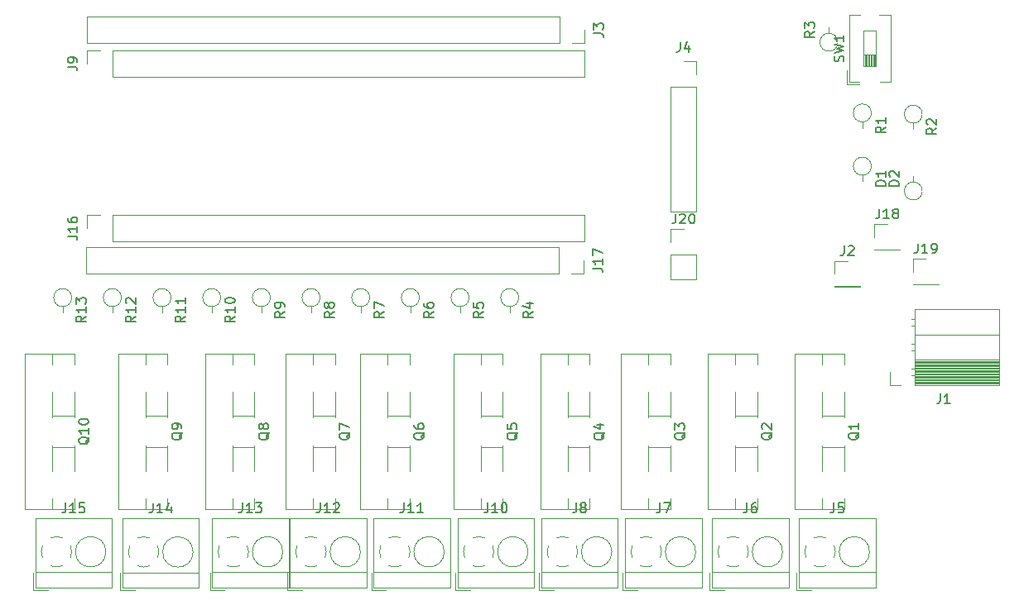
<source format=gbr>
G04 #@! TF.GenerationSoftware,KiCad,Pcbnew,5.0.2-bee76a0~70~ubuntu18.04.1*
G04 #@! TF.CreationDate,2018-12-21T16:27:28-06:00*
G04 #@! TF.ProjectId,pcb,7063622e-6b69-4636-9164-5f7063625858,rev?*
G04 #@! TF.SameCoordinates,Original*
G04 #@! TF.FileFunction,Legend,Top*
G04 #@! TF.FilePolarity,Positive*
%FSLAX46Y46*%
G04 Gerber Fmt 4.6, Leading zero omitted, Abs format (unit mm)*
G04 Created by KiCad (PCBNEW 5.0.2-bee76a0~70~ubuntu18.04.1) date Fri 21 Dec 2018 04:27:28 PM CST*
%MOMM*%
%LPD*%
G01*
G04 APERTURE LIST*
%ADD10C,0.120000*%
%ADD11C,0.150000*%
G04 APERTURE END LIST*
D10*
G04 #@! TO.C,J14*
X88430001Y-192510001D02*
X89930001Y-192510001D01*
X88430001Y-190770001D02*
X88430001Y-192510001D01*
X96490001Y-185150001D02*
X96490001Y-192270001D01*
X88670001Y-185150001D02*
X88670001Y-192270001D01*
X88670001Y-192270001D02*
X96490001Y-192270001D01*
X88670001Y-185150001D02*
X96490001Y-185150001D01*
X88670001Y-190710001D02*
X96490001Y-190710001D01*
X95885001Y-188610001D02*
G75*
G03X95885001Y-188610001I-1555000J0D01*
G01*
X90857012Y-190165493D02*
G75*
G02X90222001Y-190042001I-27011J1555492D01*
G01*
X89397892Y-189217743D02*
G75*
G02X89398001Y-188002001I1432109J607742D01*
G01*
X90222259Y-187177892D02*
G75*
G02X91438001Y-187178001I607742J-1432109D01*
G01*
X92262110Y-188002259D02*
G75*
G02X92262001Y-189218001I-1432109J-607742D01*
G01*
X91437588Y-190041386D02*
G75*
G02X90830001Y-190165001I-607587J1431385D01*
G01*
G04 #@! TO.C,J15*
X82522587Y-190026385D02*
G75*
G02X81915000Y-190150000I-607587J1431385D01*
G01*
X83347109Y-187987258D02*
G75*
G02X83347000Y-189203000I-1432109J-607742D01*
G01*
X81307258Y-187162891D02*
G75*
G02X82523000Y-187163000I607742J-1432109D01*
G01*
X80482891Y-189202742D02*
G75*
G02X80483000Y-187987000I1432109J607742D01*
G01*
X81942011Y-190150492D02*
G75*
G02X81307000Y-190027000I-27011J1555492D01*
G01*
X86970000Y-188595000D02*
G75*
G03X86970000Y-188595000I-1555000J0D01*
G01*
X79755000Y-190695000D02*
X87575000Y-190695000D01*
X79755000Y-185135000D02*
X87575000Y-185135000D01*
X79755000Y-192255000D02*
X87575000Y-192255000D01*
X79755000Y-185135000D02*
X79755000Y-192255000D01*
X87575000Y-185135000D02*
X87575000Y-192255000D01*
X79515000Y-190755000D02*
X79515000Y-192495000D01*
X79515000Y-192495000D02*
X81015000Y-192495000D01*
G04 #@! TO.C,J7*
X139840000Y-192495000D02*
X141340000Y-192495000D01*
X139840000Y-190755000D02*
X139840000Y-192495000D01*
X147900000Y-185135000D02*
X147900000Y-192255000D01*
X140080000Y-185135000D02*
X140080000Y-192255000D01*
X140080000Y-192255000D02*
X147900000Y-192255000D01*
X140080000Y-185135000D02*
X147900000Y-185135000D01*
X140080000Y-190695000D02*
X147900000Y-190695000D01*
X147295000Y-188595000D02*
G75*
G03X147295000Y-188595000I-1555000J0D01*
G01*
X142267011Y-190150492D02*
G75*
G02X141632000Y-190027000I-27011J1555492D01*
G01*
X140807891Y-189202742D02*
G75*
G02X140808000Y-187987000I1432109J607742D01*
G01*
X141632258Y-187162891D02*
G75*
G02X142848000Y-187163000I607742J-1432109D01*
G01*
X143672109Y-187987258D02*
G75*
G02X143672000Y-189203000I-1432109J-607742D01*
G01*
X142847587Y-190026385D02*
G75*
G02X142240000Y-190150000I-607587J1431385D01*
G01*
G04 #@! TO.C,J10*
X122695000Y-192495000D02*
X124195000Y-192495000D01*
X122695000Y-190755000D02*
X122695000Y-192495000D01*
X130755000Y-185135000D02*
X130755000Y-192255000D01*
X122935000Y-185135000D02*
X122935000Y-192255000D01*
X122935000Y-192255000D02*
X130755000Y-192255000D01*
X122935000Y-185135000D02*
X130755000Y-185135000D01*
X122935000Y-190695000D02*
X130755000Y-190695000D01*
X130150000Y-188595000D02*
G75*
G03X130150000Y-188595000I-1555000J0D01*
G01*
X125122011Y-190150492D02*
G75*
G02X124487000Y-190027000I-27011J1555492D01*
G01*
X123662891Y-189202742D02*
G75*
G02X123663000Y-187987000I1432109J607742D01*
G01*
X124487258Y-187162891D02*
G75*
G02X125703000Y-187163000I607742J-1432109D01*
G01*
X126527109Y-187987258D02*
G75*
G02X126527000Y-189203000I-1432109J-607742D01*
G01*
X125702587Y-190026385D02*
G75*
G02X125095000Y-190150000I-607587J1431385D01*
G01*
G04 #@! TO.C,J13*
X100612587Y-190026385D02*
G75*
G02X100005000Y-190150000I-607587J1431385D01*
G01*
X101437109Y-187987258D02*
G75*
G02X101437000Y-189203000I-1432109J-607742D01*
G01*
X99397258Y-187162891D02*
G75*
G02X100613000Y-187163000I607742J-1432109D01*
G01*
X98572891Y-189202742D02*
G75*
G02X98573000Y-187987000I1432109J607742D01*
G01*
X100032011Y-190150492D02*
G75*
G02X99397000Y-190027000I-27011J1555492D01*
G01*
X105060000Y-188595000D02*
G75*
G03X105060000Y-188595000I-1555000J0D01*
G01*
X97845000Y-190695000D02*
X105665000Y-190695000D01*
X97845000Y-185135000D02*
X105665000Y-185135000D01*
X97845000Y-192255000D02*
X105665000Y-192255000D01*
X97845000Y-185135000D02*
X97845000Y-192255000D01*
X105665000Y-185135000D02*
X105665000Y-192255000D01*
X97605000Y-190755000D02*
X97605000Y-192495000D01*
X97605000Y-192495000D02*
X99105000Y-192495000D01*
G04 #@! TO.C,J11*
X117122587Y-190026385D02*
G75*
G02X116515000Y-190150000I-607587J1431385D01*
G01*
X117947109Y-187987258D02*
G75*
G02X117947000Y-189203000I-1432109J-607742D01*
G01*
X115907258Y-187162891D02*
G75*
G02X117123000Y-187163000I607742J-1432109D01*
G01*
X115082891Y-189202742D02*
G75*
G02X115083000Y-187987000I1432109J607742D01*
G01*
X116542011Y-190150492D02*
G75*
G02X115907000Y-190027000I-27011J1555492D01*
G01*
X121570000Y-188595000D02*
G75*
G03X121570000Y-188595000I-1555000J0D01*
G01*
X114355000Y-190695000D02*
X122175000Y-190695000D01*
X114355000Y-185135000D02*
X122175000Y-185135000D01*
X114355000Y-192255000D02*
X122175000Y-192255000D01*
X114355000Y-185135000D02*
X114355000Y-192255000D01*
X122175000Y-185135000D02*
X122175000Y-192255000D01*
X114115000Y-190755000D02*
X114115000Y-192495000D01*
X114115000Y-192495000D02*
X115615000Y-192495000D01*
G04 #@! TO.C,J4*
X144720000Y-140970000D02*
X147380000Y-140970000D01*
X144720000Y-140970000D02*
X144720000Y-153730000D01*
X144720000Y-153730000D02*
X147380000Y-153730000D01*
X147380000Y-140970000D02*
X147380000Y-153730000D01*
X147380000Y-138370000D02*
X147380000Y-139700000D01*
X146050000Y-138370000D02*
X147380000Y-138370000D01*
G04 #@! TO.C,D1*
X165258000Y-149098000D02*
G75*
G03X165258000Y-149098000I-920000J0D01*
G01*
X164338000Y-150018000D02*
X164338000Y-150638000D01*
G04 #@! TO.C,D2*
X170465000Y-151638000D02*
G75*
G03X170465000Y-151638000I-920000J0D01*
G01*
X169545000Y-150718000D02*
X169545000Y-150098000D01*
G04 #@! TO.C,J1*
X178365000Y-171390000D02*
X169735000Y-171390000D01*
X178365000Y-171271905D02*
X169735000Y-171271905D01*
X178365000Y-171153810D02*
X169735000Y-171153810D01*
X178365000Y-171035715D02*
X169735000Y-171035715D01*
X178365000Y-170917620D02*
X169735000Y-170917620D01*
X178365000Y-170799525D02*
X169735000Y-170799525D01*
X178365000Y-170681430D02*
X169735000Y-170681430D01*
X178365000Y-170563335D02*
X169735000Y-170563335D01*
X178365000Y-170445240D02*
X169735000Y-170445240D01*
X178365000Y-170327145D02*
X169735000Y-170327145D01*
X178365000Y-170209050D02*
X169735000Y-170209050D01*
X178365000Y-170090955D02*
X169735000Y-170090955D01*
X178365000Y-169972860D02*
X169735000Y-169972860D01*
X178365000Y-169854765D02*
X169735000Y-169854765D01*
X178365000Y-169736670D02*
X169735000Y-169736670D01*
X178365000Y-169618575D02*
X169735000Y-169618575D01*
X178365000Y-169500480D02*
X169735000Y-169500480D01*
X178365000Y-169382385D02*
X169735000Y-169382385D01*
X178365000Y-169264290D02*
X169735000Y-169264290D01*
X178365000Y-169146195D02*
X169735000Y-169146195D01*
X178365000Y-169028100D02*
X169735000Y-169028100D01*
X169735000Y-170540000D02*
X169385000Y-170540000D01*
X169735000Y-169820000D02*
X169385000Y-169820000D01*
X169735000Y-168000000D02*
X169325000Y-168000000D01*
X169735000Y-167280000D02*
X169325000Y-167280000D01*
X169735000Y-165460000D02*
X169325000Y-165460000D01*
X169735000Y-164740000D02*
X169325000Y-164740000D01*
X178365000Y-168910000D02*
X169735000Y-168910000D01*
X178365000Y-166370000D02*
X169735000Y-166370000D01*
X178365000Y-171510000D02*
X169735000Y-171510000D01*
X169735000Y-171510000D02*
X169735000Y-163770000D01*
X178365000Y-163770000D02*
X169735000Y-163770000D01*
X178365000Y-171510000D02*
X178365000Y-163770000D01*
X167165000Y-171510000D02*
X167165000Y-170180000D01*
X168275000Y-171510000D02*
X167165000Y-171510000D01*
G04 #@! TO.C,J2*
X161484000Y-161451600D02*
X164144000Y-161451600D01*
X161484000Y-161391600D02*
X161484000Y-161451600D01*
X164144000Y-161391600D02*
X164144000Y-161451600D01*
X161484000Y-161391600D02*
X164144000Y-161391600D01*
X161484000Y-160121600D02*
X161484000Y-158791600D01*
X161484000Y-158791600D02*
X162814000Y-158791600D01*
G04 #@! TO.C,J3*
X133350000Y-133798000D02*
X133350000Y-136458000D01*
X133350000Y-133798000D02*
X85030000Y-133798000D01*
X85030000Y-133798000D02*
X85030000Y-136458000D01*
X133350000Y-136458000D02*
X85030000Y-136458000D01*
X135950000Y-136458000D02*
X134620000Y-136458000D01*
X135950000Y-135128000D02*
X135950000Y-136458000D01*
G04 #@! TO.C,J5*
X160627587Y-190026385D02*
G75*
G02X160020000Y-190150000I-607587J1431385D01*
G01*
X161452109Y-187987258D02*
G75*
G02X161452000Y-189203000I-1432109J-607742D01*
G01*
X159412258Y-187162891D02*
G75*
G02X160628000Y-187163000I607742J-1432109D01*
G01*
X158587891Y-189202742D02*
G75*
G02X158588000Y-187987000I1432109J607742D01*
G01*
X160047011Y-190150492D02*
G75*
G02X159412000Y-190027000I-27011J1555492D01*
G01*
X165075000Y-188595000D02*
G75*
G03X165075000Y-188595000I-1555000J0D01*
G01*
X157860000Y-190695000D02*
X165680000Y-190695000D01*
X157860000Y-185135000D02*
X165680000Y-185135000D01*
X157860000Y-192255000D02*
X165680000Y-192255000D01*
X157860000Y-185135000D02*
X157860000Y-192255000D01*
X165680000Y-185135000D02*
X165680000Y-192255000D01*
X157620000Y-190755000D02*
X157620000Y-192495000D01*
X157620000Y-192495000D02*
X159120000Y-192495000D01*
G04 #@! TO.C,J6*
X148730000Y-192495000D02*
X150230000Y-192495000D01*
X148730000Y-190755000D02*
X148730000Y-192495000D01*
X156790000Y-185135000D02*
X156790000Y-192255000D01*
X148970000Y-185135000D02*
X148970000Y-192255000D01*
X148970000Y-192255000D02*
X156790000Y-192255000D01*
X148970000Y-185135000D02*
X156790000Y-185135000D01*
X148970000Y-190695000D02*
X156790000Y-190695000D01*
X156185000Y-188595000D02*
G75*
G03X156185000Y-188595000I-1555000J0D01*
G01*
X151157011Y-190150492D02*
G75*
G02X150522000Y-190027000I-27011J1555492D01*
G01*
X149697891Y-189202742D02*
G75*
G02X149698000Y-187987000I1432109J607742D01*
G01*
X150522258Y-187162891D02*
G75*
G02X151738000Y-187163000I607742J-1432109D01*
G01*
X152562109Y-187987258D02*
G75*
G02X152562000Y-189203000I-1432109J-607742D01*
G01*
X151737587Y-190026385D02*
G75*
G02X151130000Y-190150000I-607587J1431385D01*
G01*
G04 #@! TO.C,J8*
X134267587Y-190026385D02*
G75*
G02X133660000Y-190150000I-607587J1431385D01*
G01*
X135092109Y-187987258D02*
G75*
G02X135092000Y-189203000I-1432109J-607742D01*
G01*
X133052258Y-187162891D02*
G75*
G02X134268000Y-187163000I607742J-1432109D01*
G01*
X132227891Y-189202742D02*
G75*
G02X132228000Y-187987000I1432109J607742D01*
G01*
X133687011Y-190150492D02*
G75*
G02X133052000Y-190027000I-27011J1555492D01*
G01*
X138715000Y-188595000D02*
G75*
G03X138715000Y-188595000I-1555000J0D01*
G01*
X131500000Y-190695000D02*
X139320000Y-190695000D01*
X131500000Y-185135000D02*
X139320000Y-185135000D01*
X131500000Y-192255000D02*
X139320000Y-192255000D01*
X131500000Y-185135000D02*
X131500000Y-192255000D01*
X139320000Y-185135000D02*
X139320000Y-192255000D01*
X131260000Y-190755000D02*
X131260000Y-192495000D01*
X131260000Y-192495000D02*
X132760000Y-192495000D01*
G04 #@! TO.C,J9*
X87630000Y-139912400D02*
X87630000Y-137252400D01*
X87630000Y-139912400D02*
X135950000Y-139912400D01*
X135950000Y-139912400D02*
X135950000Y-137252400D01*
X87630000Y-137252400D02*
X135950000Y-137252400D01*
X85030000Y-137252400D02*
X86360000Y-137252400D01*
X85030000Y-138582400D02*
X85030000Y-137252400D01*
G04 #@! TO.C,J12*
X105550000Y-192495000D02*
X107050000Y-192495000D01*
X105550000Y-190755000D02*
X105550000Y-192495000D01*
X113610000Y-185135000D02*
X113610000Y-192255000D01*
X105790000Y-185135000D02*
X105790000Y-192255000D01*
X105790000Y-192255000D02*
X113610000Y-192255000D01*
X105790000Y-185135000D02*
X113610000Y-185135000D01*
X105790000Y-190695000D02*
X113610000Y-190695000D01*
X113005000Y-188595000D02*
G75*
G03X113005000Y-188595000I-1555000J0D01*
G01*
X107977011Y-190150492D02*
G75*
G02X107342000Y-190027000I-27011J1555492D01*
G01*
X106517891Y-189202742D02*
G75*
G02X106518000Y-187987000I1432109J607742D01*
G01*
X107342258Y-187162891D02*
G75*
G02X108558000Y-187163000I607742J-1432109D01*
G01*
X109382109Y-187987258D02*
G75*
G02X109382000Y-189203000I-1432109J-607742D01*
G01*
X108557587Y-190026385D02*
G75*
G02X107950000Y-190150000I-607587J1431385D01*
G01*
G04 #@! TO.C,J16*
X85030000Y-155448000D02*
X85030000Y-154118000D01*
X85030000Y-154118000D02*
X86360000Y-154118000D01*
X87630000Y-154118000D02*
X135950000Y-154118000D01*
X135950000Y-156778000D02*
X135950000Y-154118000D01*
X87630000Y-156778000D02*
X135950000Y-156778000D01*
X87630000Y-156778000D02*
X87630000Y-154118000D01*
G04 #@! TO.C,J17*
X135848400Y-158750000D02*
X135848400Y-160080000D01*
X135848400Y-160080000D02*
X134518400Y-160080000D01*
X133248400Y-160080000D02*
X84928400Y-160080000D01*
X84928400Y-157420000D02*
X84928400Y-160080000D01*
X133248400Y-157420000D02*
X84928400Y-157420000D01*
X133248400Y-157420000D02*
X133248400Y-160080000D01*
G04 #@! TO.C,J18*
X165548000Y-155007000D02*
X166878000Y-155007000D01*
X165548000Y-156337000D02*
X165548000Y-155007000D01*
X165548000Y-157607000D02*
X168208000Y-157607000D01*
X168208000Y-157607000D02*
X168208000Y-157667000D01*
X165548000Y-157607000D02*
X165548000Y-157667000D01*
X165548000Y-157667000D02*
X168208000Y-157667000D01*
G04 #@! TO.C,J19*
X169485000Y-161223000D02*
X172145000Y-161223000D01*
X169485000Y-161163000D02*
X169485000Y-161223000D01*
X172145000Y-161163000D02*
X172145000Y-161223000D01*
X169485000Y-161163000D02*
X172145000Y-161163000D01*
X169485000Y-159893000D02*
X169485000Y-158563000D01*
X169485000Y-158563000D02*
X170815000Y-158563000D01*
G04 #@! TO.C,Q1*
X162475000Y-168345000D02*
X162475000Y-169415000D01*
X162475000Y-172215000D02*
X162475000Y-174866000D01*
X162475000Y-177665000D02*
X162475000Y-180315000D01*
X162475000Y-183115000D02*
X162475000Y-184185000D01*
X157435000Y-168345000D02*
X157435000Y-184185000D01*
X162475000Y-168345000D02*
X157435000Y-168345000D01*
X162475000Y-184185000D02*
X157435000Y-184185000D01*
X160234000Y-168345000D02*
X160234000Y-169415000D01*
X160234000Y-172215000D02*
X160234000Y-174866000D01*
X160234000Y-177665000D02*
X160234000Y-180315000D01*
X160234000Y-183115000D02*
X160234000Y-184185000D01*
X162475000Y-174665000D02*
X160234000Y-174665000D01*
X162475000Y-177866000D02*
X160234000Y-177866000D01*
G04 #@! TO.C,Q2*
X153585000Y-168345000D02*
X153585000Y-169415000D01*
X153585000Y-172215000D02*
X153585000Y-174866000D01*
X153585000Y-177665000D02*
X153585000Y-180315000D01*
X153585000Y-183115000D02*
X153585000Y-184185000D01*
X148545000Y-168345000D02*
X148545000Y-184185000D01*
X153585000Y-168345000D02*
X148545000Y-168345000D01*
X153585000Y-184185000D02*
X148545000Y-184185000D01*
X151344000Y-168345000D02*
X151344000Y-169415000D01*
X151344000Y-172215000D02*
X151344000Y-174866000D01*
X151344000Y-177665000D02*
X151344000Y-180315000D01*
X151344000Y-183115000D02*
X151344000Y-184185000D01*
X153585000Y-174665000D02*
X151344000Y-174665000D01*
X153585000Y-177866000D02*
X151344000Y-177866000D01*
G04 #@! TO.C,Q3*
X144695000Y-177866000D02*
X142454000Y-177866000D01*
X144695000Y-174665000D02*
X142454000Y-174665000D01*
X142454000Y-183115000D02*
X142454000Y-184185000D01*
X142454000Y-177665000D02*
X142454000Y-180315000D01*
X142454000Y-172215000D02*
X142454000Y-174866000D01*
X142454000Y-168345000D02*
X142454000Y-169415000D01*
X144695000Y-184185000D02*
X139655000Y-184185000D01*
X144695000Y-168345000D02*
X139655000Y-168345000D01*
X139655000Y-168345000D02*
X139655000Y-184185000D01*
X144695000Y-183115000D02*
X144695000Y-184185000D01*
X144695000Y-177665000D02*
X144695000Y-180315000D01*
X144695000Y-172215000D02*
X144695000Y-174866000D01*
X144695000Y-168345000D02*
X144695000Y-169415000D01*
G04 #@! TO.C,Q4*
X136440000Y-168345000D02*
X136440000Y-169415000D01*
X136440000Y-172215000D02*
X136440000Y-174866000D01*
X136440000Y-177665000D02*
X136440000Y-180315000D01*
X136440000Y-183115000D02*
X136440000Y-184185000D01*
X131400000Y-168345000D02*
X131400000Y-184185000D01*
X136440000Y-168345000D02*
X131400000Y-168345000D01*
X136440000Y-184185000D02*
X131400000Y-184185000D01*
X134199000Y-168345000D02*
X134199000Y-169415000D01*
X134199000Y-172215000D02*
X134199000Y-174866000D01*
X134199000Y-177665000D02*
X134199000Y-180315000D01*
X134199000Y-183115000D02*
X134199000Y-184185000D01*
X136440000Y-174665000D02*
X134199000Y-174665000D01*
X136440000Y-177866000D02*
X134199000Y-177866000D01*
G04 #@! TO.C,Q5*
X127550000Y-177866000D02*
X125309000Y-177866000D01*
X127550000Y-174665000D02*
X125309000Y-174665000D01*
X125309000Y-183115000D02*
X125309000Y-184185000D01*
X125309000Y-177665000D02*
X125309000Y-180315000D01*
X125309000Y-172215000D02*
X125309000Y-174866000D01*
X125309000Y-168345000D02*
X125309000Y-169415000D01*
X127550000Y-184185000D02*
X122510000Y-184185000D01*
X127550000Y-168345000D02*
X122510000Y-168345000D01*
X122510000Y-168345000D02*
X122510000Y-184185000D01*
X127550000Y-183115000D02*
X127550000Y-184185000D01*
X127550000Y-177665000D02*
X127550000Y-180315000D01*
X127550000Y-172215000D02*
X127550000Y-174866000D01*
X127550000Y-168345000D02*
X127550000Y-169415000D01*
G04 #@! TO.C,Q6*
X118025000Y-168345000D02*
X118025000Y-169415000D01*
X118025000Y-172215000D02*
X118025000Y-174866000D01*
X118025000Y-177665000D02*
X118025000Y-180315000D01*
X118025000Y-183115000D02*
X118025000Y-184185000D01*
X112985000Y-168345000D02*
X112985000Y-184185000D01*
X118025000Y-168345000D02*
X112985000Y-168345000D01*
X118025000Y-184185000D02*
X112985000Y-184185000D01*
X115784000Y-168345000D02*
X115784000Y-169415000D01*
X115784000Y-172215000D02*
X115784000Y-174866000D01*
X115784000Y-177665000D02*
X115784000Y-180315000D01*
X115784000Y-183115000D02*
X115784000Y-184185000D01*
X118025000Y-174665000D02*
X115784000Y-174665000D01*
X118025000Y-177866000D02*
X115784000Y-177866000D01*
G04 #@! TO.C,Q7*
X110405000Y-177866000D02*
X108164000Y-177866000D01*
X110405000Y-174665000D02*
X108164000Y-174665000D01*
X108164000Y-183115000D02*
X108164000Y-184185000D01*
X108164000Y-177665000D02*
X108164000Y-180315000D01*
X108164000Y-172215000D02*
X108164000Y-174866000D01*
X108164000Y-168345000D02*
X108164000Y-169415000D01*
X110405000Y-184185000D02*
X105365000Y-184185000D01*
X110405000Y-168345000D02*
X105365000Y-168345000D01*
X105365000Y-168345000D02*
X105365000Y-184185000D01*
X110405000Y-183115000D02*
X110405000Y-184185000D01*
X110405000Y-177665000D02*
X110405000Y-180315000D01*
X110405000Y-172215000D02*
X110405000Y-174866000D01*
X110405000Y-168345000D02*
X110405000Y-169415000D01*
G04 #@! TO.C,Q8*
X102150000Y-168345000D02*
X102150000Y-169415000D01*
X102150000Y-172215000D02*
X102150000Y-174866000D01*
X102150000Y-177665000D02*
X102150000Y-180315000D01*
X102150000Y-183115000D02*
X102150000Y-184185000D01*
X97110000Y-168345000D02*
X97110000Y-184185000D01*
X102150000Y-168345000D02*
X97110000Y-168345000D01*
X102150000Y-184185000D02*
X97110000Y-184185000D01*
X99909000Y-168345000D02*
X99909000Y-169415000D01*
X99909000Y-172215000D02*
X99909000Y-174866000D01*
X99909000Y-177665000D02*
X99909000Y-180315000D01*
X99909000Y-183115000D02*
X99909000Y-184185000D01*
X102150000Y-174665000D02*
X99909000Y-174665000D01*
X102150000Y-177866000D02*
X99909000Y-177866000D01*
G04 #@! TO.C,Q9*
X93260000Y-177866000D02*
X91019000Y-177866000D01*
X93260000Y-174665000D02*
X91019000Y-174665000D01*
X91019000Y-183115000D02*
X91019000Y-184185000D01*
X91019000Y-177665000D02*
X91019000Y-180315000D01*
X91019000Y-172215000D02*
X91019000Y-174866000D01*
X91019000Y-168345000D02*
X91019000Y-169415000D01*
X93260000Y-184185000D02*
X88220000Y-184185000D01*
X93260000Y-168345000D02*
X88220000Y-168345000D01*
X88220000Y-168345000D02*
X88220000Y-184185000D01*
X93260000Y-183115000D02*
X93260000Y-184185000D01*
X93260000Y-177665000D02*
X93260000Y-180315000D01*
X93260000Y-172215000D02*
X93260000Y-174866000D01*
X93260000Y-168345000D02*
X93260000Y-169415000D01*
G04 #@! TO.C,Q10*
X83735000Y-177866000D02*
X81494000Y-177866000D01*
X83735000Y-174665000D02*
X81494000Y-174665000D01*
X81494000Y-183115000D02*
X81494000Y-184185000D01*
X81494000Y-177665000D02*
X81494000Y-180315000D01*
X81494000Y-172215000D02*
X81494000Y-174866000D01*
X81494000Y-168345000D02*
X81494000Y-169415000D01*
X83735000Y-184185000D02*
X78695000Y-184185000D01*
X83735000Y-168345000D02*
X78695000Y-168345000D01*
X78695000Y-168345000D02*
X78695000Y-184185000D01*
X83735000Y-183115000D02*
X83735000Y-184185000D01*
X83735000Y-177665000D02*
X83735000Y-180315000D01*
X83735000Y-172215000D02*
X83735000Y-174866000D01*
X83735000Y-168345000D02*
X83735000Y-169415000D01*
G04 #@! TO.C,R1*
X164338000Y-144557000D02*
X164338000Y-145177000D01*
X165258000Y-143637000D02*
G75*
G03X165258000Y-143637000I-920000J0D01*
G01*
G04 #@! TO.C,R2*
X170465000Y-143764000D02*
G75*
G03X170465000Y-143764000I-920000J0D01*
G01*
X169545000Y-144684000D02*
X169545000Y-145304000D01*
G04 #@! TO.C,R3*
X160909000Y-135478000D02*
X160909000Y-134858000D01*
X161829000Y-136398000D02*
G75*
G03X161829000Y-136398000I-920000J0D01*
G01*
G04 #@! TO.C,R4*
X128270000Y-163480000D02*
X128270000Y-164100000D01*
X129190000Y-162560000D02*
G75*
G03X129190000Y-162560000I-920000J0D01*
G01*
G04 #@! TO.C,R5*
X124110000Y-162560000D02*
G75*
G03X124110000Y-162560000I-920000J0D01*
G01*
X123190000Y-163480000D02*
X123190000Y-164100000D01*
G04 #@! TO.C,R6*
X118110000Y-163480000D02*
X118110000Y-164100000D01*
X119030000Y-162560000D02*
G75*
G03X119030000Y-162560000I-920000J0D01*
G01*
G04 #@! TO.C,R7*
X113950000Y-162560000D02*
G75*
G03X113950000Y-162560000I-920000J0D01*
G01*
X113030000Y-163480000D02*
X113030000Y-164100000D01*
G04 #@! TO.C,R8*
X108870000Y-162560000D02*
G75*
G03X108870000Y-162560000I-920000J0D01*
G01*
X107950000Y-163480000D02*
X107950000Y-164100000D01*
G04 #@! TO.C,R9*
X102870000Y-163480000D02*
X102870000Y-164100000D01*
X103790000Y-162560000D02*
G75*
G03X103790000Y-162560000I-920000J0D01*
G01*
G04 #@! TO.C,R10*
X98710000Y-162560000D02*
G75*
G03X98710000Y-162560000I-920000J0D01*
G01*
X97790000Y-163480000D02*
X97790000Y-164100000D01*
G04 #@! TO.C,R11*
X92710000Y-163480000D02*
X92710000Y-164100000D01*
X93630000Y-162560000D02*
G75*
G03X93630000Y-162560000I-920000J0D01*
G01*
G04 #@! TO.C,R12*
X88550000Y-162560000D02*
G75*
G03X88550000Y-162560000I-920000J0D01*
G01*
X87630000Y-163480000D02*
X87630000Y-164100000D01*
G04 #@! TO.C,R13*
X82550000Y-163480000D02*
X82550000Y-164100000D01*
X83470000Y-162560000D02*
G75*
G03X83470000Y-162560000I-920000J0D01*
G01*
G04 #@! TO.C,SW1*
X162990000Y-140443000D02*
X162990000Y-133622000D01*
X167210000Y-140443000D02*
X167210000Y-133622000D01*
X162990000Y-140443000D02*
X164060000Y-140443000D01*
X166140000Y-140443000D02*
X167210000Y-140443000D01*
X162990000Y-133622000D02*
X164110000Y-133622000D01*
X166090000Y-133622000D02*
X167210000Y-133622000D01*
X162750000Y-140683000D02*
X162750000Y-139300000D01*
X162750000Y-140683000D02*
X164060000Y-140683000D01*
X164465000Y-138843000D02*
X165735000Y-138843000D01*
X165735000Y-138843000D02*
X165735000Y-135223000D01*
X165735000Y-135223000D02*
X164465000Y-135223000D01*
X164465000Y-135223000D02*
X164465000Y-138843000D01*
X164585000Y-138843000D02*
X164585000Y-137636333D01*
X164705000Y-138843000D02*
X164705000Y-137636333D01*
X164825000Y-138843000D02*
X164825000Y-137636333D01*
X164945000Y-138843000D02*
X164945000Y-137636333D01*
X165065000Y-138843000D02*
X165065000Y-137636333D01*
X165185000Y-138843000D02*
X165185000Y-137636333D01*
X165305000Y-138843000D02*
X165305000Y-137636333D01*
X165425000Y-138843000D02*
X165425000Y-137636333D01*
X165545000Y-138843000D02*
X165545000Y-137636333D01*
X165665000Y-138843000D02*
X165665000Y-137636333D01*
X164465000Y-137636333D02*
X165735000Y-137636333D01*
G04 #@! TO.C,J20*
X144720000Y-160715000D02*
X147380000Y-160715000D01*
X144720000Y-158115000D02*
X144720000Y-160715000D01*
X147380000Y-158115000D02*
X147380000Y-160715000D01*
X144720000Y-158115000D02*
X147380000Y-158115000D01*
X144720000Y-156845000D02*
X144720000Y-155515000D01*
X144720000Y-155515000D02*
X146050000Y-155515000D01*
G04 #@! TO.C,J14*
D11*
X91770477Y-183602381D02*
X91770477Y-184316667D01*
X91722858Y-184459524D01*
X91627620Y-184554762D01*
X91484762Y-184602381D01*
X91389524Y-184602381D01*
X92770477Y-184602381D02*
X92199048Y-184602381D01*
X92484762Y-184602381D02*
X92484762Y-183602381D01*
X92389524Y-183745239D01*
X92294286Y-183840477D01*
X92199048Y-183888096D01*
X93627620Y-183935715D02*
X93627620Y-184602381D01*
X93389524Y-183554762D02*
X93151429Y-184269048D01*
X93770477Y-184269048D01*
G04 #@! TO.C,J15*
X82855476Y-183587380D02*
X82855476Y-184301666D01*
X82807857Y-184444523D01*
X82712619Y-184539761D01*
X82569761Y-184587380D01*
X82474523Y-184587380D01*
X83855476Y-184587380D02*
X83284047Y-184587380D01*
X83569761Y-184587380D02*
X83569761Y-183587380D01*
X83474523Y-183730238D01*
X83379285Y-183825476D01*
X83284047Y-183873095D01*
X84760238Y-183587380D02*
X84284047Y-183587380D01*
X84236428Y-184063571D01*
X84284047Y-184015952D01*
X84379285Y-183968333D01*
X84617380Y-183968333D01*
X84712619Y-184015952D01*
X84760238Y-184063571D01*
X84807857Y-184158809D01*
X84807857Y-184396904D01*
X84760238Y-184492142D01*
X84712619Y-184539761D01*
X84617380Y-184587380D01*
X84379285Y-184587380D01*
X84284047Y-184539761D01*
X84236428Y-184492142D01*
G04 #@! TO.C,J7*
X143656666Y-183587380D02*
X143656666Y-184301666D01*
X143609047Y-184444523D01*
X143513809Y-184539761D01*
X143370952Y-184587380D01*
X143275714Y-184587380D01*
X144037619Y-183587380D02*
X144704285Y-183587380D01*
X144275714Y-184587380D01*
G04 #@! TO.C,J10*
X126035476Y-183587380D02*
X126035476Y-184301666D01*
X125987857Y-184444523D01*
X125892619Y-184539761D01*
X125749761Y-184587380D01*
X125654523Y-184587380D01*
X127035476Y-184587380D02*
X126464047Y-184587380D01*
X126749761Y-184587380D02*
X126749761Y-183587380D01*
X126654523Y-183730238D01*
X126559285Y-183825476D01*
X126464047Y-183873095D01*
X127654523Y-183587380D02*
X127749761Y-183587380D01*
X127845000Y-183635000D01*
X127892619Y-183682619D01*
X127940238Y-183777857D01*
X127987857Y-183968333D01*
X127987857Y-184206428D01*
X127940238Y-184396904D01*
X127892619Y-184492142D01*
X127845000Y-184539761D01*
X127749761Y-184587380D01*
X127654523Y-184587380D01*
X127559285Y-184539761D01*
X127511666Y-184492142D01*
X127464047Y-184396904D01*
X127416428Y-184206428D01*
X127416428Y-183968333D01*
X127464047Y-183777857D01*
X127511666Y-183682619D01*
X127559285Y-183635000D01*
X127654523Y-183587380D01*
G04 #@! TO.C,J13*
X100945476Y-183587380D02*
X100945476Y-184301666D01*
X100897857Y-184444523D01*
X100802619Y-184539761D01*
X100659761Y-184587380D01*
X100564523Y-184587380D01*
X101945476Y-184587380D02*
X101374047Y-184587380D01*
X101659761Y-184587380D02*
X101659761Y-183587380D01*
X101564523Y-183730238D01*
X101469285Y-183825476D01*
X101374047Y-183873095D01*
X102278809Y-183587380D02*
X102897857Y-183587380D01*
X102564523Y-183968333D01*
X102707380Y-183968333D01*
X102802619Y-184015952D01*
X102850238Y-184063571D01*
X102897857Y-184158809D01*
X102897857Y-184396904D01*
X102850238Y-184492142D01*
X102802619Y-184539761D01*
X102707380Y-184587380D01*
X102421666Y-184587380D01*
X102326428Y-184539761D01*
X102278809Y-184492142D01*
G04 #@! TO.C,J11*
X117455476Y-183587380D02*
X117455476Y-184301666D01*
X117407857Y-184444523D01*
X117312619Y-184539761D01*
X117169761Y-184587380D01*
X117074523Y-184587380D01*
X118455476Y-184587380D02*
X117884047Y-184587380D01*
X118169761Y-184587380D02*
X118169761Y-183587380D01*
X118074523Y-183730238D01*
X117979285Y-183825476D01*
X117884047Y-183873095D01*
X119407857Y-184587380D02*
X118836428Y-184587380D01*
X119122142Y-184587380D02*
X119122142Y-183587380D01*
X119026904Y-183730238D01*
X118931666Y-183825476D01*
X118836428Y-183873095D01*
G04 #@! TO.C,J4*
X145716666Y-136382380D02*
X145716666Y-137096666D01*
X145669047Y-137239523D01*
X145573809Y-137334761D01*
X145430952Y-137382380D01*
X145335714Y-137382380D01*
X146621428Y-136715714D02*
X146621428Y-137382380D01*
X146383333Y-136334761D02*
X146145238Y-137049047D01*
X146764285Y-137049047D01*
G04 #@! TO.C,D1*
X166710380Y-151106095D02*
X165710380Y-151106095D01*
X165710380Y-150868000D01*
X165758000Y-150725142D01*
X165853238Y-150629904D01*
X165948476Y-150582285D01*
X166138952Y-150534666D01*
X166281809Y-150534666D01*
X166472285Y-150582285D01*
X166567523Y-150629904D01*
X166662761Y-150725142D01*
X166710380Y-150868000D01*
X166710380Y-151106095D01*
X166710380Y-149582285D02*
X166710380Y-150153714D01*
X166710380Y-149868000D02*
X165710380Y-149868000D01*
X165853238Y-149963238D01*
X165948476Y-150058476D01*
X165996095Y-150153714D01*
G04 #@! TO.C,D2*
X168077380Y-151106095D02*
X167077380Y-151106095D01*
X167077380Y-150868000D01*
X167125000Y-150725142D01*
X167220238Y-150629904D01*
X167315476Y-150582285D01*
X167505952Y-150534666D01*
X167648809Y-150534666D01*
X167839285Y-150582285D01*
X167934523Y-150629904D01*
X168029761Y-150725142D01*
X168077380Y-150868000D01*
X168077380Y-151106095D01*
X167172619Y-150153714D02*
X167125000Y-150106095D01*
X167077380Y-150010857D01*
X167077380Y-149772761D01*
X167125000Y-149677523D01*
X167172619Y-149629904D01*
X167267857Y-149582285D01*
X167363095Y-149582285D01*
X167505952Y-149629904D01*
X168077380Y-150201333D01*
X168077380Y-149582285D01*
G04 #@! TO.C,J1*
X172321666Y-172402380D02*
X172321666Y-173116666D01*
X172274047Y-173259523D01*
X172178809Y-173354761D01*
X172035952Y-173402380D01*
X171940714Y-173402380D01*
X173321666Y-173402380D02*
X172750238Y-173402380D01*
X173035952Y-173402380D02*
X173035952Y-172402380D01*
X172940714Y-172545238D01*
X172845476Y-172640476D01*
X172750238Y-172688095D01*
G04 #@! TO.C,J2*
X162480666Y-157243980D02*
X162480666Y-157958266D01*
X162433047Y-158101123D01*
X162337809Y-158196361D01*
X162194952Y-158243980D01*
X162099714Y-158243980D01*
X162909238Y-157339219D02*
X162956857Y-157291600D01*
X163052095Y-157243980D01*
X163290190Y-157243980D01*
X163385428Y-157291600D01*
X163433047Y-157339219D01*
X163480666Y-157434457D01*
X163480666Y-157529695D01*
X163433047Y-157672552D01*
X162861619Y-158243980D01*
X163480666Y-158243980D01*
G04 #@! TO.C,J3*
X136842380Y-135461333D02*
X137556666Y-135461333D01*
X137699523Y-135508952D01*
X137794761Y-135604190D01*
X137842380Y-135747047D01*
X137842380Y-135842285D01*
X136842380Y-135080380D02*
X136842380Y-134461333D01*
X137223333Y-134794666D01*
X137223333Y-134651809D01*
X137270952Y-134556571D01*
X137318571Y-134508952D01*
X137413809Y-134461333D01*
X137651904Y-134461333D01*
X137747142Y-134508952D01*
X137794761Y-134556571D01*
X137842380Y-134651809D01*
X137842380Y-134937523D01*
X137794761Y-135032761D01*
X137747142Y-135080380D01*
G04 #@! TO.C,J5*
X161436666Y-183587380D02*
X161436666Y-184301666D01*
X161389047Y-184444523D01*
X161293809Y-184539761D01*
X161150952Y-184587380D01*
X161055714Y-184587380D01*
X162389047Y-183587380D02*
X161912857Y-183587380D01*
X161865238Y-184063571D01*
X161912857Y-184015952D01*
X162008095Y-183968333D01*
X162246190Y-183968333D01*
X162341428Y-184015952D01*
X162389047Y-184063571D01*
X162436666Y-184158809D01*
X162436666Y-184396904D01*
X162389047Y-184492142D01*
X162341428Y-184539761D01*
X162246190Y-184587380D01*
X162008095Y-184587380D01*
X161912857Y-184539761D01*
X161865238Y-184492142D01*
G04 #@! TO.C,J6*
X152546666Y-183587380D02*
X152546666Y-184301666D01*
X152499047Y-184444523D01*
X152403809Y-184539761D01*
X152260952Y-184587380D01*
X152165714Y-184587380D01*
X153451428Y-183587380D02*
X153260952Y-183587380D01*
X153165714Y-183635000D01*
X153118095Y-183682619D01*
X153022857Y-183825476D01*
X152975238Y-184015952D01*
X152975238Y-184396904D01*
X153022857Y-184492142D01*
X153070476Y-184539761D01*
X153165714Y-184587380D01*
X153356190Y-184587380D01*
X153451428Y-184539761D01*
X153499047Y-184492142D01*
X153546666Y-184396904D01*
X153546666Y-184158809D01*
X153499047Y-184063571D01*
X153451428Y-184015952D01*
X153356190Y-183968333D01*
X153165714Y-183968333D01*
X153070476Y-184015952D01*
X153022857Y-184063571D01*
X152975238Y-184158809D01*
G04 #@! TO.C,J8*
X135076666Y-183587380D02*
X135076666Y-184301666D01*
X135029047Y-184444523D01*
X134933809Y-184539761D01*
X134790952Y-184587380D01*
X134695714Y-184587380D01*
X135695714Y-184015952D02*
X135600476Y-183968333D01*
X135552857Y-183920714D01*
X135505238Y-183825476D01*
X135505238Y-183777857D01*
X135552857Y-183682619D01*
X135600476Y-183635000D01*
X135695714Y-183587380D01*
X135886190Y-183587380D01*
X135981428Y-183635000D01*
X136029047Y-183682619D01*
X136076666Y-183777857D01*
X136076666Y-183825476D01*
X136029047Y-183920714D01*
X135981428Y-183968333D01*
X135886190Y-184015952D01*
X135695714Y-184015952D01*
X135600476Y-184063571D01*
X135552857Y-184111190D01*
X135505238Y-184206428D01*
X135505238Y-184396904D01*
X135552857Y-184492142D01*
X135600476Y-184539761D01*
X135695714Y-184587380D01*
X135886190Y-184587380D01*
X135981428Y-184539761D01*
X136029047Y-184492142D01*
X136076666Y-184396904D01*
X136076666Y-184206428D01*
X136029047Y-184111190D01*
X135981428Y-184063571D01*
X135886190Y-184015952D01*
G04 #@! TO.C,J9*
X83042380Y-138915733D02*
X83756666Y-138915733D01*
X83899523Y-138963352D01*
X83994761Y-139058590D01*
X84042380Y-139201447D01*
X84042380Y-139296685D01*
X84042380Y-138391923D02*
X84042380Y-138201447D01*
X83994761Y-138106209D01*
X83947142Y-138058590D01*
X83804285Y-137963352D01*
X83613809Y-137915733D01*
X83232857Y-137915733D01*
X83137619Y-137963352D01*
X83090000Y-138010971D01*
X83042380Y-138106209D01*
X83042380Y-138296685D01*
X83090000Y-138391923D01*
X83137619Y-138439542D01*
X83232857Y-138487161D01*
X83470952Y-138487161D01*
X83566190Y-138439542D01*
X83613809Y-138391923D01*
X83661428Y-138296685D01*
X83661428Y-138106209D01*
X83613809Y-138010971D01*
X83566190Y-137963352D01*
X83470952Y-137915733D01*
G04 #@! TO.C,J12*
X108890476Y-183587380D02*
X108890476Y-184301666D01*
X108842857Y-184444523D01*
X108747619Y-184539761D01*
X108604761Y-184587380D01*
X108509523Y-184587380D01*
X109890476Y-184587380D02*
X109319047Y-184587380D01*
X109604761Y-184587380D02*
X109604761Y-183587380D01*
X109509523Y-183730238D01*
X109414285Y-183825476D01*
X109319047Y-183873095D01*
X110271428Y-183682619D02*
X110319047Y-183635000D01*
X110414285Y-183587380D01*
X110652380Y-183587380D01*
X110747619Y-183635000D01*
X110795238Y-183682619D01*
X110842857Y-183777857D01*
X110842857Y-183873095D01*
X110795238Y-184015952D01*
X110223809Y-184587380D01*
X110842857Y-184587380D01*
G04 #@! TO.C,J16*
X83042380Y-156257523D02*
X83756666Y-156257523D01*
X83899523Y-156305142D01*
X83994761Y-156400380D01*
X84042380Y-156543238D01*
X84042380Y-156638476D01*
X84042380Y-155257523D02*
X84042380Y-155828952D01*
X84042380Y-155543238D02*
X83042380Y-155543238D01*
X83185238Y-155638476D01*
X83280476Y-155733714D01*
X83328095Y-155828952D01*
X83042380Y-154400380D02*
X83042380Y-154590857D01*
X83090000Y-154686095D01*
X83137619Y-154733714D01*
X83280476Y-154828952D01*
X83470952Y-154876571D01*
X83851904Y-154876571D01*
X83947142Y-154828952D01*
X83994761Y-154781333D01*
X84042380Y-154686095D01*
X84042380Y-154495619D01*
X83994761Y-154400380D01*
X83947142Y-154352761D01*
X83851904Y-154305142D01*
X83613809Y-154305142D01*
X83518571Y-154352761D01*
X83470952Y-154400380D01*
X83423333Y-154495619D01*
X83423333Y-154686095D01*
X83470952Y-154781333D01*
X83518571Y-154828952D01*
X83613809Y-154876571D01*
G04 #@! TO.C,J17*
X136740780Y-159559523D02*
X137455066Y-159559523D01*
X137597923Y-159607142D01*
X137693161Y-159702380D01*
X137740780Y-159845238D01*
X137740780Y-159940476D01*
X137740780Y-158559523D02*
X137740780Y-159130952D01*
X137740780Y-158845238D02*
X136740780Y-158845238D01*
X136883638Y-158940476D01*
X136978876Y-159035714D01*
X137026495Y-159130952D01*
X136740780Y-158226190D02*
X136740780Y-157559523D01*
X137740780Y-157988095D01*
G04 #@! TO.C,J18*
X166068476Y-153459380D02*
X166068476Y-154173666D01*
X166020857Y-154316523D01*
X165925619Y-154411761D01*
X165782761Y-154459380D01*
X165687523Y-154459380D01*
X167068476Y-154459380D02*
X166497047Y-154459380D01*
X166782761Y-154459380D02*
X166782761Y-153459380D01*
X166687523Y-153602238D01*
X166592285Y-153697476D01*
X166497047Y-153745095D01*
X167639904Y-153887952D02*
X167544666Y-153840333D01*
X167497047Y-153792714D01*
X167449428Y-153697476D01*
X167449428Y-153649857D01*
X167497047Y-153554619D01*
X167544666Y-153507000D01*
X167639904Y-153459380D01*
X167830380Y-153459380D01*
X167925619Y-153507000D01*
X167973238Y-153554619D01*
X168020857Y-153649857D01*
X168020857Y-153697476D01*
X167973238Y-153792714D01*
X167925619Y-153840333D01*
X167830380Y-153887952D01*
X167639904Y-153887952D01*
X167544666Y-153935571D01*
X167497047Y-153983190D01*
X167449428Y-154078428D01*
X167449428Y-154268904D01*
X167497047Y-154364142D01*
X167544666Y-154411761D01*
X167639904Y-154459380D01*
X167830380Y-154459380D01*
X167925619Y-154411761D01*
X167973238Y-154364142D01*
X168020857Y-154268904D01*
X168020857Y-154078428D01*
X167973238Y-153983190D01*
X167925619Y-153935571D01*
X167830380Y-153887952D01*
G04 #@! TO.C,J19*
X170005476Y-157015380D02*
X170005476Y-157729666D01*
X169957857Y-157872523D01*
X169862619Y-157967761D01*
X169719761Y-158015380D01*
X169624523Y-158015380D01*
X171005476Y-158015380D02*
X170434047Y-158015380D01*
X170719761Y-158015380D02*
X170719761Y-157015380D01*
X170624523Y-157158238D01*
X170529285Y-157253476D01*
X170434047Y-157301095D01*
X171481666Y-158015380D02*
X171672142Y-158015380D01*
X171767380Y-157967761D01*
X171815000Y-157920142D01*
X171910238Y-157777285D01*
X171957857Y-157586809D01*
X171957857Y-157205857D01*
X171910238Y-157110619D01*
X171862619Y-157063000D01*
X171767380Y-157015380D01*
X171576904Y-157015380D01*
X171481666Y-157063000D01*
X171434047Y-157110619D01*
X171386428Y-157205857D01*
X171386428Y-157443952D01*
X171434047Y-157539190D01*
X171481666Y-157586809D01*
X171576904Y-157634428D01*
X171767380Y-157634428D01*
X171862619Y-157586809D01*
X171910238Y-157539190D01*
X171957857Y-157443952D01*
G04 #@! TO.C,Q1*
X164022619Y-176360238D02*
X163975000Y-176455476D01*
X163879761Y-176550714D01*
X163736904Y-176693571D01*
X163689285Y-176788809D01*
X163689285Y-176884047D01*
X163927380Y-176836428D02*
X163879761Y-176931666D01*
X163784523Y-177026904D01*
X163594047Y-177074523D01*
X163260714Y-177074523D01*
X163070238Y-177026904D01*
X162975000Y-176931666D01*
X162927380Y-176836428D01*
X162927380Y-176645952D01*
X162975000Y-176550714D01*
X163070238Y-176455476D01*
X163260714Y-176407857D01*
X163594047Y-176407857D01*
X163784523Y-176455476D01*
X163879761Y-176550714D01*
X163927380Y-176645952D01*
X163927380Y-176836428D01*
X163927380Y-175455476D02*
X163927380Y-176026904D01*
X163927380Y-175741190D02*
X162927380Y-175741190D01*
X163070238Y-175836428D01*
X163165476Y-175931666D01*
X163213095Y-176026904D01*
G04 #@! TO.C,Q2*
X155132619Y-176360238D02*
X155085000Y-176455476D01*
X154989761Y-176550714D01*
X154846904Y-176693571D01*
X154799285Y-176788809D01*
X154799285Y-176884047D01*
X155037380Y-176836428D02*
X154989761Y-176931666D01*
X154894523Y-177026904D01*
X154704047Y-177074523D01*
X154370714Y-177074523D01*
X154180238Y-177026904D01*
X154085000Y-176931666D01*
X154037380Y-176836428D01*
X154037380Y-176645952D01*
X154085000Y-176550714D01*
X154180238Y-176455476D01*
X154370714Y-176407857D01*
X154704047Y-176407857D01*
X154894523Y-176455476D01*
X154989761Y-176550714D01*
X155037380Y-176645952D01*
X155037380Y-176836428D01*
X154132619Y-176026904D02*
X154085000Y-175979285D01*
X154037380Y-175884047D01*
X154037380Y-175645952D01*
X154085000Y-175550714D01*
X154132619Y-175503095D01*
X154227857Y-175455476D01*
X154323095Y-175455476D01*
X154465952Y-175503095D01*
X155037380Y-176074523D01*
X155037380Y-175455476D01*
G04 #@! TO.C,Q3*
X146242619Y-176360238D02*
X146195000Y-176455476D01*
X146099761Y-176550714D01*
X145956904Y-176693571D01*
X145909285Y-176788809D01*
X145909285Y-176884047D01*
X146147380Y-176836428D02*
X146099761Y-176931666D01*
X146004523Y-177026904D01*
X145814047Y-177074523D01*
X145480714Y-177074523D01*
X145290238Y-177026904D01*
X145195000Y-176931666D01*
X145147380Y-176836428D01*
X145147380Y-176645952D01*
X145195000Y-176550714D01*
X145290238Y-176455476D01*
X145480714Y-176407857D01*
X145814047Y-176407857D01*
X146004523Y-176455476D01*
X146099761Y-176550714D01*
X146147380Y-176645952D01*
X146147380Y-176836428D01*
X145147380Y-176074523D02*
X145147380Y-175455476D01*
X145528333Y-175788809D01*
X145528333Y-175645952D01*
X145575952Y-175550714D01*
X145623571Y-175503095D01*
X145718809Y-175455476D01*
X145956904Y-175455476D01*
X146052142Y-175503095D01*
X146099761Y-175550714D01*
X146147380Y-175645952D01*
X146147380Y-175931666D01*
X146099761Y-176026904D01*
X146052142Y-176074523D01*
G04 #@! TO.C,Q4*
X137987619Y-176360238D02*
X137940000Y-176455476D01*
X137844761Y-176550714D01*
X137701904Y-176693571D01*
X137654285Y-176788809D01*
X137654285Y-176884047D01*
X137892380Y-176836428D02*
X137844761Y-176931666D01*
X137749523Y-177026904D01*
X137559047Y-177074523D01*
X137225714Y-177074523D01*
X137035238Y-177026904D01*
X136940000Y-176931666D01*
X136892380Y-176836428D01*
X136892380Y-176645952D01*
X136940000Y-176550714D01*
X137035238Y-176455476D01*
X137225714Y-176407857D01*
X137559047Y-176407857D01*
X137749523Y-176455476D01*
X137844761Y-176550714D01*
X137892380Y-176645952D01*
X137892380Y-176836428D01*
X137225714Y-175550714D02*
X137892380Y-175550714D01*
X136844761Y-175788809D02*
X137559047Y-176026904D01*
X137559047Y-175407857D01*
G04 #@! TO.C,Q5*
X129097619Y-176360238D02*
X129050000Y-176455476D01*
X128954761Y-176550714D01*
X128811904Y-176693571D01*
X128764285Y-176788809D01*
X128764285Y-176884047D01*
X129002380Y-176836428D02*
X128954761Y-176931666D01*
X128859523Y-177026904D01*
X128669047Y-177074523D01*
X128335714Y-177074523D01*
X128145238Y-177026904D01*
X128050000Y-176931666D01*
X128002380Y-176836428D01*
X128002380Y-176645952D01*
X128050000Y-176550714D01*
X128145238Y-176455476D01*
X128335714Y-176407857D01*
X128669047Y-176407857D01*
X128859523Y-176455476D01*
X128954761Y-176550714D01*
X129002380Y-176645952D01*
X129002380Y-176836428D01*
X128002380Y-175503095D02*
X128002380Y-175979285D01*
X128478571Y-176026904D01*
X128430952Y-175979285D01*
X128383333Y-175884047D01*
X128383333Y-175645952D01*
X128430952Y-175550714D01*
X128478571Y-175503095D01*
X128573809Y-175455476D01*
X128811904Y-175455476D01*
X128907142Y-175503095D01*
X128954761Y-175550714D01*
X129002380Y-175645952D01*
X129002380Y-175884047D01*
X128954761Y-175979285D01*
X128907142Y-176026904D01*
G04 #@! TO.C,Q6*
X119572619Y-176360238D02*
X119525000Y-176455476D01*
X119429761Y-176550714D01*
X119286904Y-176693571D01*
X119239285Y-176788809D01*
X119239285Y-176884047D01*
X119477380Y-176836428D02*
X119429761Y-176931666D01*
X119334523Y-177026904D01*
X119144047Y-177074523D01*
X118810714Y-177074523D01*
X118620238Y-177026904D01*
X118525000Y-176931666D01*
X118477380Y-176836428D01*
X118477380Y-176645952D01*
X118525000Y-176550714D01*
X118620238Y-176455476D01*
X118810714Y-176407857D01*
X119144047Y-176407857D01*
X119334523Y-176455476D01*
X119429761Y-176550714D01*
X119477380Y-176645952D01*
X119477380Y-176836428D01*
X118477380Y-175550714D02*
X118477380Y-175741190D01*
X118525000Y-175836428D01*
X118572619Y-175884047D01*
X118715476Y-175979285D01*
X118905952Y-176026904D01*
X119286904Y-176026904D01*
X119382142Y-175979285D01*
X119429761Y-175931666D01*
X119477380Y-175836428D01*
X119477380Y-175645952D01*
X119429761Y-175550714D01*
X119382142Y-175503095D01*
X119286904Y-175455476D01*
X119048809Y-175455476D01*
X118953571Y-175503095D01*
X118905952Y-175550714D01*
X118858333Y-175645952D01*
X118858333Y-175836428D01*
X118905952Y-175931666D01*
X118953571Y-175979285D01*
X119048809Y-176026904D01*
G04 #@! TO.C,Q7*
X111952619Y-176360238D02*
X111905000Y-176455476D01*
X111809761Y-176550714D01*
X111666904Y-176693571D01*
X111619285Y-176788809D01*
X111619285Y-176884047D01*
X111857380Y-176836428D02*
X111809761Y-176931666D01*
X111714523Y-177026904D01*
X111524047Y-177074523D01*
X111190714Y-177074523D01*
X111000238Y-177026904D01*
X110905000Y-176931666D01*
X110857380Y-176836428D01*
X110857380Y-176645952D01*
X110905000Y-176550714D01*
X111000238Y-176455476D01*
X111190714Y-176407857D01*
X111524047Y-176407857D01*
X111714523Y-176455476D01*
X111809761Y-176550714D01*
X111857380Y-176645952D01*
X111857380Y-176836428D01*
X110857380Y-176074523D02*
X110857380Y-175407857D01*
X111857380Y-175836428D01*
G04 #@! TO.C,Q8*
X103697619Y-176360238D02*
X103650000Y-176455476D01*
X103554761Y-176550714D01*
X103411904Y-176693571D01*
X103364285Y-176788809D01*
X103364285Y-176884047D01*
X103602380Y-176836428D02*
X103554761Y-176931666D01*
X103459523Y-177026904D01*
X103269047Y-177074523D01*
X102935714Y-177074523D01*
X102745238Y-177026904D01*
X102650000Y-176931666D01*
X102602380Y-176836428D01*
X102602380Y-176645952D01*
X102650000Y-176550714D01*
X102745238Y-176455476D01*
X102935714Y-176407857D01*
X103269047Y-176407857D01*
X103459523Y-176455476D01*
X103554761Y-176550714D01*
X103602380Y-176645952D01*
X103602380Y-176836428D01*
X103030952Y-175836428D02*
X102983333Y-175931666D01*
X102935714Y-175979285D01*
X102840476Y-176026904D01*
X102792857Y-176026904D01*
X102697619Y-175979285D01*
X102650000Y-175931666D01*
X102602380Y-175836428D01*
X102602380Y-175645952D01*
X102650000Y-175550714D01*
X102697619Y-175503095D01*
X102792857Y-175455476D01*
X102840476Y-175455476D01*
X102935714Y-175503095D01*
X102983333Y-175550714D01*
X103030952Y-175645952D01*
X103030952Y-175836428D01*
X103078571Y-175931666D01*
X103126190Y-175979285D01*
X103221428Y-176026904D01*
X103411904Y-176026904D01*
X103507142Y-175979285D01*
X103554761Y-175931666D01*
X103602380Y-175836428D01*
X103602380Y-175645952D01*
X103554761Y-175550714D01*
X103507142Y-175503095D01*
X103411904Y-175455476D01*
X103221428Y-175455476D01*
X103126190Y-175503095D01*
X103078571Y-175550714D01*
X103030952Y-175645952D01*
G04 #@! TO.C,Q9*
X94807619Y-176360238D02*
X94760000Y-176455476D01*
X94664761Y-176550714D01*
X94521904Y-176693571D01*
X94474285Y-176788809D01*
X94474285Y-176884047D01*
X94712380Y-176836428D02*
X94664761Y-176931666D01*
X94569523Y-177026904D01*
X94379047Y-177074523D01*
X94045714Y-177074523D01*
X93855238Y-177026904D01*
X93760000Y-176931666D01*
X93712380Y-176836428D01*
X93712380Y-176645952D01*
X93760000Y-176550714D01*
X93855238Y-176455476D01*
X94045714Y-176407857D01*
X94379047Y-176407857D01*
X94569523Y-176455476D01*
X94664761Y-176550714D01*
X94712380Y-176645952D01*
X94712380Y-176836428D01*
X94712380Y-175931666D02*
X94712380Y-175741190D01*
X94664761Y-175645952D01*
X94617142Y-175598333D01*
X94474285Y-175503095D01*
X94283809Y-175455476D01*
X93902857Y-175455476D01*
X93807619Y-175503095D01*
X93760000Y-175550714D01*
X93712380Y-175645952D01*
X93712380Y-175836428D01*
X93760000Y-175931666D01*
X93807619Y-175979285D01*
X93902857Y-176026904D01*
X94140952Y-176026904D01*
X94236190Y-175979285D01*
X94283809Y-175931666D01*
X94331428Y-175836428D01*
X94331428Y-175645952D01*
X94283809Y-175550714D01*
X94236190Y-175503095D01*
X94140952Y-175455476D01*
G04 #@! TO.C,Q10*
X85282619Y-176836428D02*
X85235000Y-176931666D01*
X85139761Y-177026904D01*
X84996904Y-177169761D01*
X84949285Y-177265000D01*
X84949285Y-177360238D01*
X85187380Y-177312619D02*
X85139761Y-177407857D01*
X85044523Y-177503095D01*
X84854047Y-177550714D01*
X84520714Y-177550714D01*
X84330238Y-177503095D01*
X84235000Y-177407857D01*
X84187380Y-177312619D01*
X84187380Y-177122142D01*
X84235000Y-177026904D01*
X84330238Y-176931666D01*
X84520714Y-176884047D01*
X84854047Y-176884047D01*
X85044523Y-176931666D01*
X85139761Y-177026904D01*
X85187380Y-177122142D01*
X85187380Y-177312619D01*
X85187380Y-175931666D02*
X85187380Y-176503095D01*
X85187380Y-176217380D02*
X84187380Y-176217380D01*
X84330238Y-176312619D01*
X84425476Y-176407857D01*
X84473095Y-176503095D01*
X84187380Y-175312619D02*
X84187380Y-175217380D01*
X84235000Y-175122142D01*
X84282619Y-175074523D01*
X84377857Y-175026904D01*
X84568333Y-174979285D01*
X84806428Y-174979285D01*
X84996904Y-175026904D01*
X85092142Y-175074523D01*
X85139761Y-175122142D01*
X85187380Y-175217380D01*
X85187380Y-175312619D01*
X85139761Y-175407857D01*
X85092142Y-175455476D01*
X84996904Y-175503095D01*
X84806428Y-175550714D01*
X84568333Y-175550714D01*
X84377857Y-175503095D01*
X84282619Y-175455476D01*
X84235000Y-175407857D01*
X84187380Y-175312619D01*
G04 #@! TO.C,R1*
X166710380Y-145073666D02*
X166234190Y-145407000D01*
X166710380Y-145645095D02*
X165710380Y-145645095D01*
X165710380Y-145264142D01*
X165758000Y-145168904D01*
X165805619Y-145121285D01*
X165900857Y-145073666D01*
X166043714Y-145073666D01*
X166138952Y-145121285D01*
X166186571Y-145168904D01*
X166234190Y-145264142D01*
X166234190Y-145645095D01*
X166710380Y-144121285D02*
X166710380Y-144692714D01*
X166710380Y-144407000D02*
X165710380Y-144407000D01*
X165853238Y-144502238D01*
X165948476Y-144597476D01*
X165996095Y-144692714D01*
G04 #@! TO.C,R2*
X171917380Y-145200666D02*
X171441190Y-145534000D01*
X171917380Y-145772095D02*
X170917380Y-145772095D01*
X170917380Y-145391142D01*
X170965000Y-145295904D01*
X171012619Y-145248285D01*
X171107857Y-145200666D01*
X171250714Y-145200666D01*
X171345952Y-145248285D01*
X171393571Y-145295904D01*
X171441190Y-145391142D01*
X171441190Y-145772095D01*
X171012619Y-144819714D02*
X170965000Y-144772095D01*
X170917380Y-144676857D01*
X170917380Y-144438761D01*
X170965000Y-144343523D01*
X171012619Y-144295904D01*
X171107857Y-144248285D01*
X171203095Y-144248285D01*
X171345952Y-144295904D01*
X171917380Y-144867333D01*
X171917380Y-144248285D01*
G04 #@! TO.C,R3*
X159441380Y-135294666D02*
X158965190Y-135628000D01*
X159441380Y-135866095D02*
X158441380Y-135866095D01*
X158441380Y-135485142D01*
X158489000Y-135389904D01*
X158536619Y-135342285D01*
X158631857Y-135294666D01*
X158774714Y-135294666D01*
X158869952Y-135342285D01*
X158917571Y-135389904D01*
X158965190Y-135485142D01*
X158965190Y-135866095D01*
X158441380Y-134961333D02*
X158441380Y-134342285D01*
X158822333Y-134675619D01*
X158822333Y-134532761D01*
X158869952Y-134437523D01*
X158917571Y-134389904D01*
X159012809Y-134342285D01*
X159250904Y-134342285D01*
X159346142Y-134389904D01*
X159393761Y-134437523D01*
X159441380Y-134532761D01*
X159441380Y-134818476D01*
X159393761Y-134913714D01*
X159346142Y-134961333D01*
G04 #@! TO.C,R4*
X130642380Y-163996666D02*
X130166190Y-164330000D01*
X130642380Y-164568095D02*
X129642380Y-164568095D01*
X129642380Y-164187142D01*
X129690000Y-164091904D01*
X129737619Y-164044285D01*
X129832857Y-163996666D01*
X129975714Y-163996666D01*
X130070952Y-164044285D01*
X130118571Y-164091904D01*
X130166190Y-164187142D01*
X130166190Y-164568095D01*
X129975714Y-163139523D02*
X130642380Y-163139523D01*
X129594761Y-163377619D02*
X130309047Y-163615714D01*
X130309047Y-162996666D01*
G04 #@! TO.C,R5*
X125562380Y-163996666D02*
X125086190Y-164330000D01*
X125562380Y-164568095D02*
X124562380Y-164568095D01*
X124562380Y-164187142D01*
X124610000Y-164091904D01*
X124657619Y-164044285D01*
X124752857Y-163996666D01*
X124895714Y-163996666D01*
X124990952Y-164044285D01*
X125038571Y-164091904D01*
X125086190Y-164187142D01*
X125086190Y-164568095D01*
X124562380Y-163091904D02*
X124562380Y-163568095D01*
X125038571Y-163615714D01*
X124990952Y-163568095D01*
X124943333Y-163472857D01*
X124943333Y-163234761D01*
X124990952Y-163139523D01*
X125038571Y-163091904D01*
X125133809Y-163044285D01*
X125371904Y-163044285D01*
X125467142Y-163091904D01*
X125514761Y-163139523D01*
X125562380Y-163234761D01*
X125562380Y-163472857D01*
X125514761Y-163568095D01*
X125467142Y-163615714D01*
G04 #@! TO.C,R6*
X120482380Y-163996666D02*
X120006190Y-164330000D01*
X120482380Y-164568095D02*
X119482380Y-164568095D01*
X119482380Y-164187142D01*
X119530000Y-164091904D01*
X119577619Y-164044285D01*
X119672857Y-163996666D01*
X119815714Y-163996666D01*
X119910952Y-164044285D01*
X119958571Y-164091904D01*
X120006190Y-164187142D01*
X120006190Y-164568095D01*
X119482380Y-163139523D02*
X119482380Y-163330000D01*
X119530000Y-163425238D01*
X119577619Y-163472857D01*
X119720476Y-163568095D01*
X119910952Y-163615714D01*
X120291904Y-163615714D01*
X120387142Y-163568095D01*
X120434761Y-163520476D01*
X120482380Y-163425238D01*
X120482380Y-163234761D01*
X120434761Y-163139523D01*
X120387142Y-163091904D01*
X120291904Y-163044285D01*
X120053809Y-163044285D01*
X119958571Y-163091904D01*
X119910952Y-163139523D01*
X119863333Y-163234761D01*
X119863333Y-163425238D01*
X119910952Y-163520476D01*
X119958571Y-163568095D01*
X120053809Y-163615714D01*
G04 #@! TO.C,R7*
X115402380Y-163996666D02*
X114926190Y-164330000D01*
X115402380Y-164568095D02*
X114402380Y-164568095D01*
X114402380Y-164187142D01*
X114450000Y-164091904D01*
X114497619Y-164044285D01*
X114592857Y-163996666D01*
X114735714Y-163996666D01*
X114830952Y-164044285D01*
X114878571Y-164091904D01*
X114926190Y-164187142D01*
X114926190Y-164568095D01*
X114402380Y-163663333D02*
X114402380Y-162996666D01*
X115402380Y-163425238D01*
G04 #@! TO.C,R8*
X110322380Y-163996666D02*
X109846190Y-164330000D01*
X110322380Y-164568095D02*
X109322380Y-164568095D01*
X109322380Y-164187142D01*
X109370000Y-164091904D01*
X109417619Y-164044285D01*
X109512857Y-163996666D01*
X109655714Y-163996666D01*
X109750952Y-164044285D01*
X109798571Y-164091904D01*
X109846190Y-164187142D01*
X109846190Y-164568095D01*
X109750952Y-163425238D02*
X109703333Y-163520476D01*
X109655714Y-163568095D01*
X109560476Y-163615714D01*
X109512857Y-163615714D01*
X109417619Y-163568095D01*
X109370000Y-163520476D01*
X109322380Y-163425238D01*
X109322380Y-163234761D01*
X109370000Y-163139523D01*
X109417619Y-163091904D01*
X109512857Y-163044285D01*
X109560476Y-163044285D01*
X109655714Y-163091904D01*
X109703333Y-163139523D01*
X109750952Y-163234761D01*
X109750952Y-163425238D01*
X109798571Y-163520476D01*
X109846190Y-163568095D01*
X109941428Y-163615714D01*
X110131904Y-163615714D01*
X110227142Y-163568095D01*
X110274761Y-163520476D01*
X110322380Y-163425238D01*
X110322380Y-163234761D01*
X110274761Y-163139523D01*
X110227142Y-163091904D01*
X110131904Y-163044285D01*
X109941428Y-163044285D01*
X109846190Y-163091904D01*
X109798571Y-163139523D01*
X109750952Y-163234761D01*
G04 #@! TO.C,R9*
X105242380Y-163996666D02*
X104766190Y-164330000D01*
X105242380Y-164568095D02*
X104242380Y-164568095D01*
X104242380Y-164187142D01*
X104290000Y-164091904D01*
X104337619Y-164044285D01*
X104432857Y-163996666D01*
X104575714Y-163996666D01*
X104670952Y-164044285D01*
X104718571Y-164091904D01*
X104766190Y-164187142D01*
X104766190Y-164568095D01*
X105242380Y-163520476D02*
X105242380Y-163330000D01*
X105194761Y-163234761D01*
X105147142Y-163187142D01*
X105004285Y-163091904D01*
X104813809Y-163044285D01*
X104432857Y-163044285D01*
X104337619Y-163091904D01*
X104290000Y-163139523D01*
X104242380Y-163234761D01*
X104242380Y-163425238D01*
X104290000Y-163520476D01*
X104337619Y-163568095D01*
X104432857Y-163615714D01*
X104670952Y-163615714D01*
X104766190Y-163568095D01*
X104813809Y-163520476D01*
X104861428Y-163425238D01*
X104861428Y-163234761D01*
X104813809Y-163139523D01*
X104766190Y-163091904D01*
X104670952Y-163044285D01*
G04 #@! TO.C,R10*
X100162380Y-164472857D02*
X99686190Y-164806190D01*
X100162380Y-165044285D02*
X99162380Y-165044285D01*
X99162380Y-164663333D01*
X99210000Y-164568095D01*
X99257619Y-164520476D01*
X99352857Y-164472857D01*
X99495714Y-164472857D01*
X99590952Y-164520476D01*
X99638571Y-164568095D01*
X99686190Y-164663333D01*
X99686190Y-165044285D01*
X100162380Y-163520476D02*
X100162380Y-164091904D01*
X100162380Y-163806190D02*
X99162380Y-163806190D01*
X99305238Y-163901428D01*
X99400476Y-163996666D01*
X99448095Y-164091904D01*
X99162380Y-162901428D02*
X99162380Y-162806190D01*
X99210000Y-162710952D01*
X99257619Y-162663333D01*
X99352857Y-162615714D01*
X99543333Y-162568095D01*
X99781428Y-162568095D01*
X99971904Y-162615714D01*
X100067142Y-162663333D01*
X100114761Y-162710952D01*
X100162380Y-162806190D01*
X100162380Y-162901428D01*
X100114761Y-162996666D01*
X100067142Y-163044285D01*
X99971904Y-163091904D01*
X99781428Y-163139523D01*
X99543333Y-163139523D01*
X99352857Y-163091904D01*
X99257619Y-163044285D01*
X99210000Y-162996666D01*
X99162380Y-162901428D01*
G04 #@! TO.C,R11*
X95082380Y-164472857D02*
X94606190Y-164806190D01*
X95082380Y-165044285D02*
X94082380Y-165044285D01*
X94082380Y-164663333D01*
X94130000Y-164568095D01*
X94177619Y-164520476D01*
X94272857Y-164472857D01*
X94415714Y-164472857D01*
X94510952Y-164520476D01*
X94558571Y-164568095D01*
X94606190Y-164663333D01*
X94606190Y-165044285D01*
X95082380Y-163520476D02*
X95082380Y-164091904D01*
X95082380Y-163806190D02*
X94082380Y-163806190D01*
X94225238Y-163901428D01*
X94320476Y-163996666D01*
X94368095Y-164091904D01*
X95082380Y-162568095D02*
X95082380Y-163139523D01*
X95082380Y-162853809D02*
X94082380Y-162853809D01*
X94225238Y-162949047D01*
X94320476Y-163044285D01*
X94368095Y-163139523D01*
G04 #@! TO.C,R12*
X90002380Y-164472857D02*
X89526190Y-164806190D01*
X90002380Y-165044285D02*
X89002380Y-165044285D01*
X89002380Y-164663333D01*
X89050000Y-164568095D01*
X89097619Y-164520476D01*
X89192857Y-164472857D01*
X89335714Y-164472857D01*
X89430952Y-164520476D01*
X89478571Y-164568095D01*
X89526190Y-164663333D01*
X89526190Y-165044285D01*
X90002380Y-163520476D02*
X90002380Y-164091904D01*
X90002380Y-163806190D02*
X89002380Y-163806190D01*
X89145238Y-163901428D01*
X89240476Y-163996666D01*
X89288095Y-164091904D01*
X89097619Y-163139523D02*
X89050000Y-163091904D01*
X89002380Y-162996666D01*
X89002380Y-162758571D01*
X89050000Y-162663333D01*
X89097619Y-162615714D01*
X89192857Y-162568095D01*
X89288095Y-162568095D01*
X89430952Y-162615714D01*
X90002380Y-163187142D01*
X90002380Y-162568095D01*
G04 #@! TO.C,R13*
X84922380Y-164472857D02*
X84446190Y-164806190D01*
X84922380Y-165044285D02*
X83922380Y-165044285D01*
X83922380Y-164663333D01*
X83970000Y-164568095D01*
X84017619Y-164520476D01*
X84112857Y-164472857D01*
X84255714Y-164472857D01*
X84350952Y-164520476D01*
X84398571Y-164568095D01*
X84446190Y-164663333D01*
X84446190Y-165044285D01*
X84922380Y-163520476D02*
X84922380Y-164091904D01*
X84922380Y-163806190D02*
X83922380Y-163806190D01*
X84065238Y-163901428D01*
X84160476Y-163996666D01*
X84208095Y-164091904D01*
X83922380Y-163187142D02*
X83922380Y-162568095D01*
X84303333Y-162901428D01*
X84303333Y-162758571D01*
X84350952Y-162663333D01*
X84398571Y-162615714D01*
X84493809Y-162568095D01*
X84731904Y-162568095D01*
X84827142Y-162615714D01*
X84874761Y-162663333D01*
X84922380Y-162758571D01*
X84922380Y-163044285D01*
X84874761Y-163139523D01*
X84827142Y-163187142D01*
G04 #@! TO.C,SW1*
X162394761Y-138366333D02*
X162442380Y-138223476D01*
X162442380Y-137985380D01*
X162394761Y-137890142D01*
X162347142Y-137842523D01*
X162251904Y-137794904D01*
X162156666Y-137794904D01*
X162061428Y-137842523D01*
X162013809Y-137890142D01*
X161966190Y-137985380D01*
X161918571Y-138175857D01*
X161870952Y-138271095D01*
X161823333Y-138318714D01*
X161728095Y-138366333D01*
X161632857Y-138366333D01*
X161537619Y-138318714D01*
X161490000Y-138271095D01*
X161442380Y-138175857D01*
X161442380Y-137937761D01*
X161490000Y-137794904D01*
X161442380Y-137461571D02*
X162442380Y-137223476D01*
X161728095Y-137033000D01*
X162442380Y-136842523D01*
X161442380Y-136604428D01*
X162442380Y-135699666D02*
X162442380Y-136271095D01*
X162442380Y-135985380D02*
X161442380Y-135985380D01*
X161585238Y-136080619D01*
X161680476Y-136175857D01*
X161728095Y-136271095D01*
G04 #@! TO.C,J20*
X145240476Y-153967380D02*
X145240476Y-154681666D01*
X145192857Y-154824523D01*
X145097619Y-154919761D01*
X144954761Y-154967380D01*
X144859523Y-154967380D01*
X145669047Y-154062619D02*
X145716666Y-154015000D01*
X145811904Y-153967380D01*
X146050000Y-153967380D01*
X146145238Y-154015000D01*
X146192857Y-154062619D01*
X146240476Y-154157857D01*
X146240476Y-154253095D01*
X146192857Y-154395952D01*
X145621428Y-154967380D01*
X146240476Y-154967380D01*
X146859523Y-153967380D02*
X146954761Y-153967380D01*
X147050000Y-154015000D01*
X147097619Y-154062619D01*
X147145238Y-154157857D01*
X147192857Y-154348333D01*
X147192857Y-154586428D01*
X147145238Y-154776904D01*
X147097619Y-154872142D01*
X147050000Y-154919761D01*
X146954761Y-154967380D01*
X146859523Y-154967380D01*
X146764285Y-154919761D01*
X146716666Y-154872142D01*
X146669047Y-154776904D01*
X146621428Y-154586428D01*
X146621428Y-154348333D01*
X146669047Y-154157857D01*
X146716666Y-154062619D01*
X146764285Y-154015000D01*
X146859523Y-153967380D01*
G04 #@! TD*
M02*

</source>
